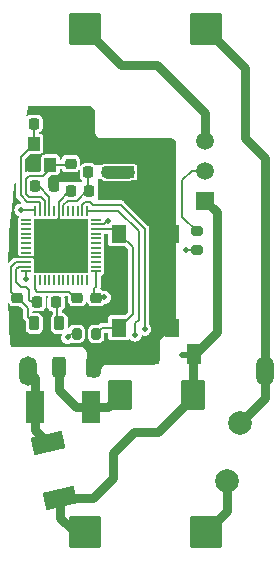
<source format=gbr>
G04 #@! TF.GenerationSoftware,KiCad,Pcbnew,(6.0.2)*
G04 #@! TF.CreationDate,2022-02-18T16:46:08+01:00*
G04 #@! TF.ProjectId,nordic-switch,6e6f7264-6963-42d7-9377-697463682e6b,1.1*
G04 #@! TF.SameCoordinates,Original*
G04 #@! TF.FileFunction,Copper,L1,Top*
G04 #@! TF.FilePolarity,Positive*
%FSLAX46Y46*%
G04 Gerber Fmt 4.6, Leading zero omitted, Abs format (unit mm)*
G04 Created by KiCad (PCBNEW (6.0.2)) date 2022-02-18 16:46:08*
%MOMM*%
%LPD*%
G01*
G04 APERTURE LIST*
G04 Aperture macros list*
%AMRoundRect*
0 Rectangle with rounded corners*
0 $1 Rounding radius*
0 $2 $3 $4 $5 $6 $7 $8 $9 X,Y pos of 4 corners*
0 Add a 4 corners polygon primitive as box body*
4,1,4,$2,$3,$4,$5,$6,$7,$8,$9,$2,$3,0*
0 Add four circle primitives for the rounded corners*
1,1,$1+$1,$2,$3*
1,1,$1+$1,$4,$5*
1,1,$1+$1,$6,$7*
1,1,$1+$1,$8,$9*
0 Add four rect primitives between the rounded corners*
20,1,$1+$1,$2,$3,$4,$5,0*
20,1,$1+$1,$4,$5,$6,$7,0*
20,1,$1+$1,$6,$7,$8,$9,0*
20,1,$1+$1,$8,$9,$2,$3,0*%
%AMRotRect*
0 Rectangle, with rotation*
0 The origin of the aperture is its center*
0 $1 length*
0 $2 width*
0 $3 Rotation angle, in degrees counterclockwise*
0 Add horizontal line*
21,1,$1,$2,0,0,$3*%
G04 Aperture macros list end*
G04 #@! TA.AperFunction,ComponentPad*
%ADD10RoundRect,0.250000X-1.125000X-1.125000X1.125000X-1.125000X1.125000X1.125000X-1.125000X1.125000X0*%
G04 #@! TD*
G04 #@! TA.AperFunction,SMDPad,CuDef*
%ADD11R,1.300000X1.550000*%
G04 #@! TD*
G04 #@! TA.AperFunction,SMDPad,CuDef*
%ADD12RoundRect,0.225000X-0.250000X0.225000X-0.250000X-0.225000X0.250000X-0.225000X0.250000X0.225000X0*%
G04 #@! TD*
G04 #@! TA.AperFunction,SMDPad,CuDef*
%ADD13RoundRect,0.225000X-0.225000X-0.250000X0.225000X-0.250000X0.225000X0.250000X-0.225000X0.250000X0*%
G04 #@! TD*
G04 #@! TA.AperFunction,SMDPad,CuDef*
%ADD14RoundRect,0.225000X0.225000X0.250000X-0.225000X0.250000X-0.225000X-0.250000X0.225000X-0.250000X0*%
G04 #@! TD*
G04 #@! TA.AperFunction,SMDPad,CuDef*
%ADD15RoundRect,0.218750X0.218750X0.256250X-0.218750X0.256250X-0.218750X-0.256250X0.218750X-0.256250X0*%
G04 #@! TD*
G04 #@! TA.AperFunction,SMDPad,CuDef*
%ADD16RoundRect,0.050000X0.050000X-0.350000X0.050000X0.350000X-0.050000X0.350000X-0.050000X-0.350000X0*%
G04 #@! TD*
G04 #@! TA.AperFunction,SMDPad,CuDef*
%ADD17RoundRect,0.050000X0.350000X-0.050000X0.350000X0.050000X-0.350000X0.050000X-0.350000X-0.050000X0*%
G04 #@! TD*
G04 #@! TA.AperFunction,SMDPad,CuDef*
%ADD18R,4.600000X4.600000*%
G04 #@! TD*
G04 #@! TA.AperFunction,SMDPad,CuDef*
%ADD19R,1.000000X1.150000*%
G04 #@! TD*
G04 #@! TA.AperFunction,SMDPad,CuDef*
%ADD20RoundRect,0.250000X0.787500X1.025000X-0.787500X1.025000X-0.787500X-1.025000X0.787500X-1.025000X0*%
G04 #@! TD*
G04 #@! TA.AperFunction,SMDPad,CuDef*
%ADD21R,1.300000X1.700000*%
G04 #@! TD*
G04 #@! TA.AperFunction,SMDPad,CuDef*
%ADD22RotRect,1.500000X2.700000X103.000000*%
G04 #@! TD*
G04 #@! TA.AperFunction,SMDPad,CuDef*
%ADD23R,1.500000X2.700000*%
G04 #@! TD*
G04 #@! TA.AperFunction,SMDPad,CuDef*
%ADD24RoundRect,0.250000X0.312500X0.625000X-0.312500X0.625000X-0.312500X-0.625000X0.312500X-0.625000X0*%
G04 #@! TD*
G04 #@! TA.AperFunction,SMDPad,CuDef*
%ADD25RoundRect,0.200000X-0.275000X0.200000X-0.275000X-0.200000X0.275000X-0.200000X0.275000X0.200000X0*%
G04 #@! TD*
G04 #@! TA.AperFunction,ComponentPad*
%ADD26R,1.500000X1.500000*%
G04 #@! TD*
G04 #@! TA.AperFunction,ComponentPad*
%ADD27C,1.500000*%
G04 #@! TD*
G04 #@! TA.AperFunction,SMDPad,CuDef*
%ADD28RoundRect,0.200000X0.200000X0.275000X-0.200000X0.275000X-0.200000X-0.275000X0.200000X-0.275000X0*%
G04 #@! TD*
G04 #@! TA.AperFunction,SMDPad,CuDef*
%ADD29R,1.050000X1.000000*%
G04 #@! TD*
G04 #@! TA.AperFunction,SMDPad,CuDef*
%ADD30R,2.200000X1.050000*%
G04 #@! TD*
G04 #@! TA.AperFunction,SMDPad,CuDef*
%ADD31RoundRect,0.218750X-0.218750X-0.256250X0.218750X-0.256250X0.218750X0.256250X-0.218750X0.256250X0*%
G04 #@! TD*
G04 #@! TA.AperFunction,SMDPad,CuDef*
%ADD32RoundRect,0.218750X-0.218750X-0.381250X0.218750X-0.381250X0.218750X0.381250X-0.218750X0.381250X0*%
G04 #@! TD*
G04 #@! TA.AperFunction,ComponentPad*
%ADD33O,1.500000X2.500000*%
G04 #@! TD*
G04 #@! TA.AperFunction,ComponentPad*
%ADD34C,2.000000*%
G04 #@! TD*
G04 #@! TA.AperFunction,ViaPad*
%ADD35C,0.500000*%
G04 #@! TD*
G04 #@! TA.AperFunction,Conductor*
%ADD36C,0.800000*%
G04 #@! TD*
G04 #@! TA.AperFunction,Conductor*
%ADD37C,0.200000*%
G04 #@! TD*
G04 #@! TA.AperFunction,Conductor*
%ADD38C,0.500000*%
G04 #@! TD*
G04 #@! TA.AperFunction,Conductor*
%ADD39C,1.080000*%
G04 #@! TD*
G04 APERTURE END LIST*
D10*
X149500000Y-78400000D03*
X139300000Y-121000000D03*
X149500000Y-121000000D03*
X139300000Y-78400000D03*
D11*
X146650000Y-103680000D03*
X146650000Y-95720000D03*
X142150000Y-103680000D03*
X142150000Y-95720000D03*
D12*
X133533857Y-101125316D03*
X133533857Y-102675316D03*
D13*
X135046357Y-91712816D03*
X136596357Y-91712816D03*
D12*
X138600000Y-101125000D03*
X138600000Y-102675000D03*
X140200000Y-101125000D03*
X140200000Y-102675000D03*
X138033857Y-88225316D03*
X138033857Y-89775316D03*
D14*
X136496357Y-86412816D03*
X134946357Y-86412816D03*
D15*
X136808857Y-101512816D03*
X135233857Y-101512816D03*
D16*
X135033857Y-99662816D03*
X135433857Y-99662816D03*
X135833857Y-99662816D03*
X136233857Y-99662816D03*
X136633857Y-99662816D03*
X137033857Y-99662816D03*
X137433857Y-99662816D03*
X137833857Y-99662816D03*
X138233857Y-99662816D03*
X138633857Y-99662816D03*
X139033857Y-99662816D03*
X139433857Y-99662816D03*
D17*
X140183857Y-98912816D03*
X140183857Y-98512816D03*
X140183857Y-98112816D03*
X140183857Y-97712816D03*
X140183857Y-97312816D03*
X140183857Y-96912816D03*
X140183857Y-96512816D03*
X140183857Y-96112816D03*
X140183857Y-95712816D03*
X140183857Y-95312816D03*
X140183857Y-94912816D03*
X140183857Y-94512816D03*
D16*
X139433857Y-93762816D03*
X139033857Y-93762816D03*
X138633857Y-93762816D03*
X138233857Y-93762816D03*
X137833857Y-93762816D03*
X137433857Y-93762816D03*
X137033857Y-93762816D03*
X136633857Y-93762816D03*
X136233857Y-93762816D03*
X135833857Y-93762816D03*
X135433857Y-93762816D03*
X135033857Y-93762816D03*
D17*
X134283857Y-94512816D03*
X134283857Y-94912816D03*
X134283857Y-95312816D03*
X134283857Y-95712816D03*
X134283857Y-96112816D03*
X134283857Y-96512816D03*
X134283857Y-96912816D03*
X134283857Y-97312816D03*
X134283857Y-97712816D03*
X134283857Y-98112816D03*
X134283857Y-98512816D03*
X134283857Y-98912816D03*
D18*
X137233857Y-96712816D03*
D19*
X136333857Y-89862816D03*
X136333857Y-88112816D03*
X134933857Y-88112816D03*
X134933857Y-89862816D03*
D20*
X148412500Y-109400000D03*
X142187500Y-109400000D03*
D21*
X148450000Y-105900000D03*
X144950000Y-105900000D03*
D22*
X137179766Y-118076976D03*
X136100000Y-113400000D03*
D23*
X135000000Y-110400000D03*
X139800000Y-110400000D03*
D24*
X139972500Y-106970000D03*
X137047500Y-106970000D03*
D25*
X148700000Y-95475000D03*
X148700000Y-97125000D03*
D26*
X149460000Y-92940000D03*
D27*
X149460000Y-90400000D03*
X149460000Y-87860000D03*
D28*
X140200000Y-104200000D03*
X138550000Y-104200000D03*
D29*
X142908857Y-90507816D03*
D30*
X144433857Y-91982816D03*
X144433857Y-89032816D03*
D14*
X139596357Y-92112816D03*
X138046357Y-92112816D03*
D31*
X139533857Y-90512816D03*
X141108857Y-90512816D03*
D32*
X134975000Y-103312816D03*
X137100000Y-103312816D03*
D33*
X154500000Y-107300000D03*
X134400000Y-107300000D03*
D34*
X152405141Y-111740509D03*
X151272133Y-116692558D03*
D35*
X147500000Y-106000000D03*
X140900000Y-101100000D03*
X137800000Y-104500000D03*
X133833857Y-93712816D03*
X134233857Y-99512816D03*
X143733857Y-93012816D03*
X141300000Y-100080000D03*
X145440000Y-93820000D03*
X142400000Y-102090000D03*
X146333857Y-90012816D03*
X135700000Y-96700000D03*
X133500000Y-104800000D03*
X143733857Y-88012816D03*
X140900000Y-88512816D03*
X146600000Y-99450000D03*
X135100000Y-104800000D03*
X145090000Y-103210000D03*
X137200000Y-88800000D03*
X133200000Y-95912816D03*
X142533857Y-89412816D03*
X142533857Y-88512816D03*
X138000000Y-86100000D03*
X145033857Y-88012816D03*
X135700000Y-95200000D03*
X145233857Y-91012816D03*
X145770000Y-103870000D03*
X137200000Y-98200000D03*
X146333857Y-89012816D03*
X136500000Y-85300000D03*
X137820000Y-102300000D03*
X142400000Y-100080000D03*
X146333857Y-88012816D03*
X136700000Y-104800000D03*
X139300000Y-87200000D03*
X144040000Y-93840000D03*
X136500000Y-91000000D03*
X141300000Y-97200000D03*
X145140000Y-98720000D03*
X145200000Y-95640000D03*
X146333857Y-92012816D03*
X142500000Y-92500000D03*
X138000000Y-87200000D03*
X137433857Y-90912816D03*
X146600000Y-97200000D03*
X145200000Y-97200000D03*
X145140000Y-100340000D03*
X141300000Y-102090000D03*
X137200000Y-96700000D03*
X138333857Y-90912816D03*
X146600000Y-101760000D03*
X146333857Y-91012816D03*
X139390000Y-103310000D03*
X140900000Y-91612816D03*
X144133857Y-91012816D03*
X135700000Y-98200000D03*
X134900000Y-85300000D03*
X138700000Y-96700000D03*
X142100000Y-105000000D03*
X140900000Y-89400000D03*
X137200000Y-95200000D03*
X133133857Y-97112816D03*
X138700000Y-98200000D03*
X144300000Y-105000000D03*
X133300000Y-94712816D03*
X135800000Y-87100000D03*
X139300000Y-89400000D03*
X140900000Y-92500000D03*
X142400000Y-97200000D03*
X146333857Y-93012816D03*
X145033857Y-93012816D03*
X144133857Y-90012816D03*
X134400000Y-90000000D03*
X133533857Y-103512816D03*
X138700000Y-95200000D03*
X142533857Y-91600000D03*
X139300000Y-86100000D03*
X141100000Y-105000000D03*
X145233857Y-90012816D03*
X139300000Y-88500000D03*
X144300000Y-103800000D03*
X143500000Y-104300000D03*
X147800000Y-97100000D03*
X141200000Y-94600000D03*
D36*
X154500000Y-89300000D02*
X154500000Y-107300000D01*
X152800000Y-87600000D02*
X154500000Y-89300000D01*
X154500000Y-109645650D02*
X152405141Y-111740509D01*
X149500000Y-78400000D02*
X152800000Y-81700000D01*
X154500000Y-107300000D02*
X154500000Y-109645650D01*
X152800000Y-81700000D02*
X152800000Y-87600000D01*
X136100000Y-113400000D02*
X135000000Y-112300000D01*
X134400000Y-107300000D02*
X135000000Y-107900000D01*
X135000000Y-112300000D02*
X135000000Y-110400000D01*
X135000000Y-107900000D02*
X135000000Y-110400000D01*
D37*
X134983857Y-93712816D02*
X135033857Y-93762816D01*
D36*
X148412500Y-106037500D02*
X150400000Y-104050000D01*
X141600000Y-116400000D02*
X139923024Y-118076976D01*
D37*
X140900000Y-101100000D02*
X140874684Y-101125316D01*
X140033857Y-101125316D02*
X140033857Y-100333857D01*
D36*
X148412500Y-106037500D02*
X148450000Y-106000000D01*
D37*
X138100000Y-104200000D02*
X137800000Y-104500000D01*
D36*
X139923024Y-118076976D02*
X137179766Y-118076976D01*
D37*
X134233857Y-98962816D02*
X134283857Y-98912816D01*
X133833857Y-93712816D02*
X134983857Y-93712816D01*
D36*
X145412500Y-112500000D02*
X143400000Y-112500000D01*
X150400000Y-93880000D02*
X149460000Y-92940000D01*
X148412500Y-106037500D02*
X148412500Y-109500000D01*
X150400000Y-104050000D02*
X150400000Y-93880000D01*
X148412500Y-109500000D02*
X145412500Y-112500000D01*
D37*
X134233857Y-99512816D02*
X134233857Y-98962816D01*
X140183857Y-100183857D02*
X140183857Y-98912816D01*
D36*
X137179766Y-119779766D02*
X137179766Y-118076976D01*
X148250000Y-106000000D02*
X148500000Y-105750000D01*
X138300000Y-120900000D02*
X137179766Y-119779766D01*
D37*
X140874684Y-101125316D02*
X140033857Y-101125316D01*
D38*
X147500000Y-106000000D02*
X148450000Y-106000000D01*
D36*
X143400000Y-112500000D02*
X141600000Y-114300000D01*
D37*
X138550000Y-104200000D02*
X138100000Y-104200000D01*
D36*
X139300000Y-121000000D02*
X138300000Y-121000000D01*
X141600000Y-114300000D02*
X141600000Y-116400000D01*
D37*
X140033857Y-100333857D02*
X140183857Y-100183857D01*
X148700000Y-95475000D02*
X147500000Y-94275000D01*
X147500000Y-91200000D02*
X148300000Y-90400000D01*
X147500000Y-94275000D02*
X147500000Y-91200000D01*
X148300000Y-90400000D02*
X149460000Y-90400000D01*
X137033857Y-93762816D02*
X137033857Y-96512816D01*
X136233857Y-97712816D02*
X137233857Y-96712816D01*
X135534346Y-88988305D02*
X135808368Y-88988305D01*
X137033857Y-93762816D02*
X137033857Y-93012816D01*
X134283857Y-97712816D02*
X136233857Y-97712816D01*
X134933857Y-89862816D02*
X134933857Y-89588794D01*
X137033857Y-96512816D02*
X137233857Y-96712816D01*
X134283857Y-97712816D02*
X133333857Y-97712816D01*
X137033857Y-93012816D02*
X137933857Y-92112816D01*
X134933857Y-89588794D02*
X135534346Y-88988305D01*
X137933857Y-92112816D02*
X138046357Y-92112816D01*
X133333857Y-97712816D02*
X133133857Y-97512816D01*
X136333857Y-88462816D02*
X136333857Y-88112816D01*
X135808368Y-88988305D02*
X136333857Y-88462816D01*
D36*
X145350000Y-81400000D02*
X149460000Y-85510000D01*
X139300000Y-78400000D02*
X142300000Y-81400000D01*
X149460000Y-85510000D02*
X149460000Y-87860000D01*
X142300000Y-81400000D02*
X145350000Y-81400000D01*
D37*
X139663296Y-93063296D02*
X139239082Y-93063296D01*
X139239082Y-93063296D02*
X139033857Y-93268521D01*
X144300000Y-103800000D02*
X144300000Y-95300000D01*
X142300000Y-93300000D02*
X139900000Y-93300000D01*
X139033857Y-93268521D02*
X139033857Y-93762816D01*
X139900000Y-93300000D02*
X139663296Y-93063296D01*
X144300000Y-95300000D02*
X142300000Y-93300000D01*
X142062816Y-93762816D02*
X139433857Y-93762816D01*
X143500000Y-103300000D02*
X143800000Y-103000000D01*
X143800000Y-95500000D02*
X142062816Y-93762816D01*
X143500000Y-104300000D02*
X143500000Y-103300000D01*
X143800000Y-103000000D02*
X143800000Y-95500000D01*
X140887184Y-94912816D02*
X141200000Y-94600000D01*
X140183857Y-94912816D02*
X140887184Y-94912816D01*
X148700000Y-97125000D02*
X147825000Y-97125000D01*
X147825000Y-97125000D02*
X147800000Y-97100000D01*
X142150000Y-95720000D02*
X141742816Y-95312816D01*
X143300000Y-96870000D02*
X142150000Y-95720000D01*
X140720000Y-103680000D02*
X142150000Y-103680000D01*
X142150000Y-103680000D02*
X143300000Y-102530000D01*
X140200000Y-104200000D02*
X140720000Y-103680000D01*
X141742816Y-95312816D02*
X140183857Y-95312816D01*
X143300000Y-102530000D02*
X143300000Y-96870000D01*
D39*
X141108857Y-90512816D02*
X142883857Y-90512816D01*
D36*
X151272133Y-119227867D02*
X149500000Y-121000000D01*
X151272133Y-116692558D02*
X151272133Y-119227867D01*
D37*
X133433857Y-99812816D02*
X133833857Y-100212816D01*
X133433857Y-98712816D02*
X133433857Y-99812816D01*
X134533857Y-100512816D02*
X134533857Y-101312816D01*
X133833857Y-100212816D02*
X134233857Y-100212816D01*
X133633857Y-98512816D02*
X133433857Y-98712816D01*
X134733857Y-101512816D02*
X135233857Y-101512816D01*
X134233857Y-100212816D02*
X134533857Y-100512816D01*
X134283857Y-98512816D02*
X133633857Y-98512816D01*
X134533857Y-101312816D02*
X134733857Y-101512816D01*
D36*
X139800000Y-110400000D02*
X141187500Y-110400000D01*
X137047500Y-108947500D02*
X138500000Y-110400000D01*
X141187500Y-110400000D02*
X142187500Y-109400000D01*
X138500000Y-110400000D02*
X139800000Y-110400000D01*
X137047500Y-106970000D02*
X137047500Y-108947500D01*
D37*
X135433857Y-93112818D02*
X135333867Y-93012828D01*
X135433857Y-93762816D02*
X135433857Y-93112818D01*
X133800000Y-92444659D02*
X133800000Y-89246673D01*
X134368169Y-93012828D02*
X133800000Y-92444659D01*
X133800000Y-89246673D02*
X134933857Y-88112816D01*
X134933857Y-88112816D02*
X134933857Y-86412816D01*
X135333867Y-93012828D02*
X134368169Y-93012828D01*
X134400000Y-102737816D02*
X134400000Y-101978958D01*
X134400000Y-101978958D02*
X133033857Y-100612816D01*
X133033857Y-100612816D02*
X133033857Y-98512816D01*
X134975000Y-103312816D02*
X134400000Y-102737816D01*
X133033857Y-98512816D02*
X133433857Y-98112816D01*
X133433857Y-98112816D02*
X134283857Y-98112816D01*
X136233857Y-92612816D02*
X135333857Y-91712816D01*
X135333857Y-91712816D02*
X135033857Y-91712816D01*
X136233857Y-93762816D02*
X136233857Y-92612816D01*
X135033857Y-100412816D02*
X135233857Y-100612816D01*
X135033857Y-99662816D02*
X135033857Y-100412816D01*
X135233857Y-100612816D02*
X137933857Y-100612816D01*
X137933857Y-100612816D02*
X138433857Y-101112816D01*
X136908857Y-101612816D02*
X136808857Y-101512816D01*
X136908857Y-103212816D02*
X136908857Y-101612816D01*
X137008857Y-103312816D02*
X136908857Y-103212816D01*
X134233857Y-91112816D02*
X134533857Y-90812816D01*
X137771357Y-89862816D02*
X138033857Y-89600316D01*
X134533858Y-92612817D02*
X134233857Y-92312816D01*
X135833857Y-92912816D02*
X135533857Y-92612816D01*
X135733857Y-90812816D02*
X136233857Y-90312816D01*
X134233857Y-92312816D02*
X134233857Y-91112816D01*
X135533857Y-92612816D02*
X134533858Y-92612817D01*
X135833857Y-93762816D02*
X135833857Y-92912816D01*
X136333857Y-89862816D02*
X137771357Y-89862816D01*
X136333857Y-90312816D02*
X136333857Y-89862816D01*
X134533857Y-90812816D02*
X135733857Y-90812816D01*
X137433857Y-93262816D02*
X137783857Y-92912816D01*
X138551007Y-92912816D02*
X139533857Y-91929966D01*
X137783857Y-92912816D02*
X138551007Y-92912816D01*
X137433857Y-93762816D02*
X137433857Y-93262816D01*
X139533857Y-91929966D02*
X139533857Y-90512816D01*
G04 #@! TA.AperFunction,Conductor*
G36*
X139603182Y-84900419D02*
G01*
X139723018Y-84916195D01*
X139735370Y-84919506D01*
X139844041Y-84964519D01*
X139855115Y-84970912D01*
X139948438Y-85042522D01*
X139957478Y-85051562D01*
X140029087Y-85144883D01*
X140035483Y-85155962D01*
X140080494Y-85264629D01*
X140083805Y-85276984D01*
X140099581Y-85396817D01*
X140100000Y-85403213D01*
X140100000Y-87100000D01*
X140117037Y-87229410D01*
X140166987Y-87350000D01*
X140246447Y-87453553D01*
X140350000Y-87533013D01*
X140470590Y-87582963D01*
X140600000Y-87600000D01*
X146496787Y-87600000D01*
X146503182Y-87600419D01*
X146623018Y-87616195D01*
X146635370Y-87619506D01*
X146744041Y-87664519D01*
X146755115Y-87670912D01*
X146848438Y-87742522D01*
X146857478Y-87751562D01*
X146929087Y-87844883D01*
X146935483Y-87855962D01*
X146980494Y-87964629D01*
X146983805Y-87976984D01*
X146999581Y-88096817D01*
X147000000Y-88103213D01*
X147000000Y-103896787D01*
X146999581Y-103903183D01*
X146983805Y-104023016D01*
X146980494Y-104035370D01*
X146941505Y-104129500D01*
X146935483Y-104144038D01*
X146929088Y-104155115D01*
X146857478Y-104248438D01*
X146848438Y-104257478D01*
X146755115Y-104329088D01*
X146744041Y-104335481D01*
X146635371Y-104380494D01*
X146623018Y-104383805D01*
X146503183Y-104399581D01*
X146496787Y-104400000D01*
X146100000Y-104400000D01*
X145970590Y-104417037D01*
X145850000Y-104466987D01*
X145746447Y-104546447D01*
X145666987Y-104650000D01*
X145617037Y-104770590D01*
X145600000Y-104900000D01*
X145600000Y-106296787D01*
X145599581Y-106303183D01*
X145583805Y-106423016D01*
X145580494Y-106435371D01*
X145535483Y-106544038D01*
X145529088Y-106555115D01*
X145457478Y-106648438D01*
X145448438Y-106657478D01*
X145355115Y-106729088D01*
X145344041Y-106735481D01*
X145235371Y-106780494D01*
X145223018Y-106783805D01*
X145103183Y-106799581D01*
X145096787Y-106800000D01*
X141100000Y-106800000D01*
X140970590Y-106817037D01*
X140850000Y-106866987D01*
X140746447Y-106946447D01*
X140666987Y-107050000D01*
X140617037Y-107170590D01*
X140600000Y-107300000D01*
X140600000Y-107396787D01*
X140599581Y-107403183D01*
X140583805Y-107523016D01*
X140580494Y-107535371D01*
X140535483Y-107644038D01*
X140529088Y-107655115D01*
X140457478Y-107748438D01*
X140448438Y-107757478D01*
X140355115Y-107829088D01*
X140344041Y-107835481D01*
X140235371Y-107880494D01*
X140223018Y-107883805D01*
X140103183Y-107899581D01*
X140096787Y-107900000D01*
X139903213Y-107900000D01*
X139896817Y-107899581D01*
X139776982Y-107883805D01*
X139764629Y-107880494D01*
X139655959Y-107835481D01*
X139644885Y-107829088D01*
X139551562Y-107757478D01*
X139542522Y-107748438D01*
X139470912Y-107655115D01*
X139464517Y-107644038D01*
X139419506Y-107535371D01*
X139416195Y-107523016D01*
X139400419Y-107403183D01*
X139400000Y-107396787D01*
X139400000Y-105800000D01*
X139382963Y-105670590D01*
X139333013Y-105550000D01*
X139253553Y-105446447D01*
X139150000Y-105366987D01*
X139029410Y-105317037D01*
X138900000Y-105300000D01*
X133029750Y-105300000D01*
X132995102Y-105285648D01*
X132980977Y-105255705D01*
X132950638Y-104941086D01*
X132938273Y-104812858D01*
X132938207Y-104812107D01*
X132854381Y-103776177D01*
X132854323Y-103775389D01*
X132787905Y-102748808D01*
X132787858Y-102747975D01*
X132739550Y-101733471D01*
X132739516Y-101732586D01*
X132737793Y-101674206D01*
X132736962Y-101646054D01*
X132750286Y-101610997D01*
X132784495Y-101595629D01*
X132819552Y-101608953D01*
X132824970Y-101614981D01*
X132908779Y-101725394D01*
X133023462Y-101812444D01*
X133157329Y-101865445D01*
X133160452Y-101865823D01*
X133241565Y-101875639D01*
X133243028Y-101875816D01*
X133276010Y-101875816D01*
X133710169Y-101875815D01*
X133744817Y-101890167D01*
X133985148Y-102130498D01*
X133999500Y-102165146D01*
X133999500Y-102801249D01*
X134000691Y-102804913D01*
X134000691Y-102804916D01*
X134008170Y-102827933D01*
X134009965Y-102835409D01*
X134014354Y-102863120D01*
X134016105Y-102866556D01*
X134016105Y-102866557D01*
X134027090Y-102888117D01*
X134030033Y-102895220D01*
X134038704Y-102921906D01*
X134040966Y-102925020D01*
X134040967Y-102925021D01*
X134055196Y-102944605D01*
X134059213Y-102951162D01*
X134070196Y-102972717D01*
X134070199Y-102972721D01*
X134071950Y-102976158D01*
X134094513Y-102998721D01*
X134094516Y-102998725D01*
X134222648Y-103126857D01*
X134237000Y-103161505D01*
X134237000Y-103734410D01*
X134237177Y-103735872D01*
X134237177Y-103735873D01*
X134246576Y-103813540D01*
X134247247Y-103819089D01*
X134248405Y-103822013D01*
X134248405Y-103822014D01*
X134297764Y-103946678D01*
X134299619Y-103951364D01*
X134385633Y-104064683D01*
X134498952Y-104150697D01*
X134502052Y-104151925D01*
X134502055Y-104151926D01*
X134609779Y-104194577D01*
X134631227Y-104203069D01*
X134634349Y-104203447D01*
X134634350Y-104203447D01*
X134714443Y-104213139D01*
X134715906Y-104213316D01*
X135234094Y-104213316D01*
X135235557Y-104213139D01*
X135315650Y-104203447D01*
X135315651Y-104203447D01*
X135318773Y-104203069D01*
X135340221Y-104194577D01*
X135447945Y-104151926D01*
X135447948Y-104151925D01*
X135451048Y-104150697D01*
X135564367Y-104064683D01*
X135650381Y-103951364D01*
X135652237Y-103946678D01*
X135701595Y-103822014D01*
X135701595Y-103822013D01*
X135702753Y-103819089D01*
X135703425Y-103813540D01*
X135712823Y-103735873D01*
X135712823Y-103735872D01*
X135713000Y-103734410D01*
X135713000Y-102891222D01*
X135702753Y-102806543D01*
X135679564Y-102747975D01*
X135651610Y-102677371D01*
X135651609Y-102677368D01*
X135650381Y-102674268D01*
X135564367Y-102560949D01*
X135451048Y-102474935D01*
X135447948Y-102473707D01*
X135447945Y-102473706D01*
X135321698Y-102423721D01*
X135321697Y-102423721D01*
X135318773Y-102422563D01*
X135315651Y-102422185D01*
X135315650Y-102422185D01*
X135235557Y-102412493D01*
X135235556Y-102412493D01*
X135234094Y-102412316D01*
X134849500Y-102412316D01*
X134814852Y-102397964D01*
X134800500Y-102363316D01*
X134800500Y-102314701D01*
X134814852Y-102280053D01*
X134849500Y-102265701D01*
X134867535Y-102269141D01*
X134890084Y-102278069D01*
X134893206Y-102278447D01*
X134893207Y-102278447D01*
X134906479Y-102280053D01*
X134974763Y-102288316D01*
X135492951Y-102288316D01*
X135561235Y-102280053D01*
X135574507Y-102278447D01*
X135574508Y-102278447D01*
X135577630Y-102278069D01*
X135608868Y-102265701D01*
X135706802Y-102226926D01*
X135706805Y-102226925D01*
X135709905Y-102225697D01*
X135823224Y-102139683D01*
X135909238Y-102026364D01*
X135961610Y-101894089D01*
X135963860Y-101875500D01*
X135971680Y-101810873D01*
X135971680Y-101810872D01*
X135971857Y-101809410D01*
X135971857Y-101216222D01*
X135961610Y-101131543D01*
X135960452Y-101128618D01*
X135941343Y-101080354D01*
X135941932Y-101042856D01*
X135968864Y-101016757D01*
X135986902Y-101013316D01*
X136055812Y-101013316D01*
X136090460Y-101027668D01*
X136104812Y-101062316D01*
X136101371Y-101080354D01*
X136082262Y-101128618D01*
X136081104Y-101131543D01*
X136070857Y-101216222D01*
X136070857Y-101809410D01*
X136071034Y-101810872D01*
X136071034Y-101810873D01*
X136078855Y-101875500D01*
X136081104Y-101894089D01*
X136133476Y-102026364D01*
X136219490Y-102139683D01*
X136332809Y-102225697D01*
X136335909Y-102226925D01*
X136335912Y-102226926D01*
X136462153Y-102276909D01*
X136462156Y-102276910D01*
X136465084Y-102278069D01*
X136468213Y-102278448D01*
X136471259Y-102279221D01*
X136470753Y-102281213D01*
X136497872Y-102296441D01*
X136508357Y-102326733D01*
X136508357Y-102547458D01*
X136498388Y-102577082D01*
X136424619Y-102674268D01*
X136423391Y-102677368D01*
X136423390Y-102677371D01*
X136395436Y-102747975D01*
X136372247Y-102806543D01*
X136362000Y-102891222D01*
X136362000Y-103734410D01*
X136362177Y-103735872D01*
X136362177Y-103735873D01*
X136371576Y-103813540D01*
X136372247Y-103819089D01*
X136373405Y-103822013D01*
X136373405Y-103822014D01*
X136422764Y-103946678D01*
X136424619Y-103951364D01*
X136510633Y-104064683D01*
X136623952Y-104150697D01*
X136627052Y-104151925D01*
X136627055Y-104151926D01*
X136734779Y-104194577D01*
X136756227Y-104203069D01*
X136759349Y-104203447D01*
X136759350Y-104203447D01*
X136839443Y-104213139D01*
X136840906Y-104213316D01*
X137249558Y-104213316D01*
X137284206Y-104227668D01*
X137298558Y-104262316D01*
X137294828Y-104281067D01*
X137289405Y-104294160D01*
X137263670Y-104356291D01*
X137244750Y-104500000D01*
X137263670Y-104643709D01*
X137319139Y-104777625D01*
X137407379Y-104892621D01*
X137522375Y-104980861D01*
X137656291Y-105036330D01*
X137800000Y-105055250D01*
X137943709Y-105036330D01*
X138077625Y-104980861D01*
X138120327Y-104948094D01*
X138156552Y-104938387D01*
X138167357Y-104941086D01*
X138238546Y-104967774D01*
X138238549Y-104967775D01*
X138241420Y-104968851D01*
X138244470Y-104969182D01*
X138244473Y-104969183D01*
X138270749Y-104972037D01*
X138302623Y-104975500D01*
X138549906Y-104975500D01*
X138797376Y-104975499D01*
X138858580Y-104968851D01*
X138992824Y-104918526D01*
X139107546Y-104832546D01*
X139193526Y-104717824D01*
X139243851Y-104583580D01*
X139244184Y-104580520D01*
X139250356Y-104523699D01*
X139250500Y-104522377D01*
X139250499Y-103877624D01*
X139243851Y-103816420D01*
X139193526Y-103682176D01*
X139107546Y-103567454D01*
X138992824Y-103481474D01*
X138858580Y-103431149D01*
X138855530Y-103430818D01*
X138855527Y-103430817D01*
X138829251Y-103427963D01*
X138797377Y-103424500D01*
X138550094Y-103424500D01*
X138302624Y-103424501D01*
X138241420Y-103431149D01*
X138107176Y-103481474D01*
X137992454Y-103567454D01*
X137990363Y-103570244D01*
X137990360Y-103570247D01*
X137926210Y-103655842D01*
X137893946Y-103674961D01*
X137857614Y-103665666D01*
X137838495Y-103633402D01*
X137838000Y-103626456D01*
X137838000Y-102891222D01*
X137827753Y-102806543D01*
X137804564Y-102747975D01*
X137776610Y-102677371D01*
X137776609Y-102677368D01*
X137775381Y-102674268D01*
X137689367Y-102560949D01*
X137576048Y-102474935D01*
X137572948Y-102473707D01*
X137572945Y-102473706D01*
X137446698Y-102423721D01*
X137446697Y-102423721D01*
X137443773Y-102422563D01*
X137440651Y-102422185D01*
X137440650Y-102422185D01*
X137360557Y-102412493D01*
X137360556Y-102412493D01*
X137359094Y-102412316D01*
X137357621Y-102412316D01*
X137356145Y-102412227D01*
X137356194Y-102411420D01*
X137323709Y-102397964D01*
X137309357Y-102363316D01*
X137309357Y-102231461D01*
X137323709Y-102196813D01*
X137328731Y-102192431D01*
X137398224Y-102139683D01*
X137484238Y-102026364D01*
X137536610Y-101894089D01*
X137538860Y-101875500D01*
X137546680Y-101810873D01*
X137546680Y-101810872D01*
X137546857Y-101809410D01*
X137546857Y-101216222D01*
X137536610Y-101131543D01*
X137535452Y-101128618D01*
X137516343Y-101080354D01*
X137516932Y-101042856D01*
X137543864Y-101016757D01*
X137561902Y-101013316D01*
X137747668Y-101013316D01*
X137782316Y-101027668D01*
X137810148Y-101055500D01*
X137824500Y-101090148D01*
X137824501Y-101390828D01*
X137834871Y-101476528D01*
X137887872Y-101610395D01*
X137974922Y-101725078D01*
X138089605Y-101812128D01*
X138092709Y-101813357D01*
X138220540Y-101863968D01*
X138223472Y-101865129D01*
X138226595Y-101865507D01*
X138307700Y-101875322D01*
X138309171Y-101875500D01*
X138599901Y-101875500D01*
X138890828Y-101875499D01*
X138892289Y-101875322D01*
X138892293Y-101875322D01*
X138973398Y-101865508D01*
X138973400Y-101865508D01*
X138976528Y-101865129D01*
X139110395Y-101812128D01*
X139225078Y-101725078D01*
X139312128Y-101610395D01*
X139354441Y-101503523D01*
X139380540Y-101476591D01*
X139418038Y-101476002D01*
X139445559Y-101503523D01*
X139487872Y-101610395D01*
X139574922Y-101725078D01*
X139689605Y-101812128D01*
X139692709Y-101813357D01*
X139820540Y-101863968D01*
X139823472Y-101865129D01*
X139826595Y-101865507D01*
X139907700Y-101875322D01*
X139909171Y-101875500D01*
X140199901Y-101875500D01*
X140490828Y-101875499D01*
X140492289Y-101875322D01*
X140492293Y-101875322D01*
X140573398Y-101865508D01*
X140573400Y-101865508D01*
X140576528Y-101865129D01*
X140710395Y-101812128D01*
X140825078Y-101725078D01*
X140863692Y-101674206D01*
X140896072Y-101655284D01*
X140898831Y-101655096D01*
X140900000Y-101655250D01*
X141043709Y-101636330D01*
X141177625Y-101580861D01*
X141292621Y-101492621D01*
X141380861Y-101377625D01*
X141436330Y-101243709D01*
X141455250Y-101100000D01*
X141436330Y-100956291D01*
X141380861Y-100822375D01*
X141292621Y-100707379D01*
X141177625Y-100619139D01*
X141043709Y-100563670D01*
X140935253Y-100549391D01*
X140903183Y-100545169D01*
X140900000Y-100544750D01*
X140896817Y-100545169D01*
X140873786Y-100548201D01*
X140837560Y-100538494D01*
X140828360Y-100529245D01*
X140827097Y-100527581D01*
X140827094Y-100527578D01*
X140825078Y-100524922D01*
X140710395Y-100437872D01*
X140588651Y-100389671D01*
X140561719Y-100363573D01*
X140561130Y-100326074D01*
X140563029Y-100321868D01*
X140567753Y-100312596D01*
X140567753Y-100312595D01*
X140569503Y-100309161D01*
X140573892Y-100281450D01*
X140575687Y-100273974D01*
X140583166Y-100250957D01*
X140583166Y-100250954D01*
X140584357Y-100247290D01*
X140584357Y-99353087D01*
X140598709Y-99318439D01*
X140626221Y-99304609D01*
X140632203Y-99303729D01*
X140632207Y-99303728D01*
X140635969Y-99303174D01*
X140740712Y-99251748D01*
X140823150Y-99169166D01*
X140874393Y-99064334D01*
X140884357Y-98996034D01*
X140884357Y-98829598D01*
X140874215Y-98760704D01*
X140871608Y-98755393D01*
X140861278Y-98734354D01*
X140858891Y-98696927D01*
X140861241Y-98691241D01*
X140872724Y-98667749D01*
X140872724Y-98667747D01*
X140874393Y-98664334D01*
X140884357Y-98596034D01*
X140884357Y-98429598D01*
X140874215Y-98360704D01*
X140861278Y-98334354D01*
X140858891Y-98296927D01*
X140861241Y-98291241D01*
X140872724Y-98267749D01*
X140872724Y-98267747D01*
X140874393Y-98264334D01*
X140884357Y-98196034D01*
X140884357Y-98029598D01*
X140874215Y-97960704D01*
X140861278Y-97934354D01*
X140858891Y-97896927D01*
X140861241Y-97891241D01*
X140872724Y-97867749D01*
X140872724Y-97867747D01*
X140874393Y-97864334D01*
X140884357Y-97796034D01*
X140884357Y-97629598D01*
X140874215Y-97560704D01*
X140861278Y-97534354D01*
X140858891Y-97496927D01*
X140861241Y-97491241D01*
X140872724Y-97467749D01*
X140872724Y-97467747D01*
X140874393Y-97464334D01*
X140884357Y-97396034D01*
X140884357Y-97229598D01*
X140874215Y-97160704D01*
X140861278Y-97134354D01*
X140858891Y-97096927D01*
X140861241Y-97091241D01*
X140872724Y-97067749D01*
X140872724Y-97067747D01*
X140874393Y-97064334D01*
X140884357Y-96996034D01*
X140884357Y-96829598D01*
X140878960Y-96792933D01*
X140874769Y-96764469D01*
X140874215Y-96760704D01*
X140866035Y-96744042D01*
X140861278Y-96734354D01*
X140858891Y-96696927D01*
X140861241Y-96691241D01*
X140872724Y-96667749D01*
X140872724Y-96667747D01*
X140874393Y-96664334D01*
X140884357Y-96596034D01*
X140884357Y-96429598D01*
X140874215Y-96360704D01*
X140861278Y-96334354D01*
X140858891Y-96296927D01*
X140861241Y-96291241D01*
X140872724Y-96267749D01*
X140872724Y-96267747D01*
X140874393Y-96264334D01*
X140884357Y-96196034D01*
X140884357Y-96029598D01*
X140874215Y-95960704D01*
X140861278Y-95934354D01*
X140858891Y-95896927D01*
X140861241Y-95891241D01*
X140872724Y-95867749D01*
X140872724Y-95867747D01*
X140874393Y-95864334D01*
X140884357Y-95796034D01*
X140884357Y-95762316D01*
X140898709Y-95727668D01*
X140933357Y-95713316D01*
X141150500Y-95713316D01*
X141185148Y-95727668D01*
X141199500Y-95762316D01*
X141199500Y-96539646D01*
X141202618Y-96565846D01*
X141204108Y-96569201D01*
X141204109Y-96569204D01*
X141244657Y-96660490D01*
X141248061Y-96668153D01*
X141251262Y-96671348D01*
X141251263Y-96671350D01*
X141271189Y-96691241D01*
X141327287Y-96747241D01*
X141331425Y-96749071D01*
X141331426Y-96749071D01*
X141351358Y-96757883D01*
X141429673Y-96792506D01*
X141433329Y-96792932D01*
X141433332Y-96792933D01*
X141442724Y-96794028D01*
X141455354Y-96795500D01*
X142638811Y-96795500D01*
X142673459Y-96809852D01*
X142885148Y-97021541D01*
X142899500Y-97056189D01*
X142899500Y-102343811D01*
X142885148Y-102378459D01*
X142673459Y-102590148D01*
X142638811Y-102604500D01*
X141455354Y-102604500D01*
X141453929Y-102604670D01*
X141453922Y-102604670D01*
X141432800Y-102607184D01*
X141432799Y-102607184D01*
X141429154Y-102607618D01*
X141425799Y-102609108D01*
X141425796Y-102609109D01*
X141330982Y-102651224D01*
X141330981Y-102651225D01*
X141326847Y-102653061D01*
X141323652Y-102656262D01*
X141323650Y-102656263D01*
X141308330Y-102671610D01*
X141247759Y-102732287D01*
X141202494Y-102834673D01*
X141199500Y-102860354D01*
X141199500Y-103230500D01*
X141185148Y-103265148D01*
X141150500Y-103279500D01*
X140656567Y-103279500D01*
X140652903Y-103280691D01*
X140652900Y-103280691D01*
X140629883Y-103288170D01*
X140622407Y-103289965D01*
X140598501Y-103293751D01*
X140598499Y-103293752D01*
X140594696Y-103294354D01*
X140591260Y-103296105D01*
X140591259Y-103296105D01*
X140569699Y-103307090D01*
X140562596Y-103310033D01*
X140535910Y-103318704D01*
X140532796Y-103320966D01*
X140532795Y-103320967D01*
X140513211Y-103335196D01*
X140506654Y-103339213D01*
X140485099Y-103350196D01*
X140485095Y-103350199D01*
X140481658Y-103351950D01*
X140459095Y-103374513D01*
X140459091Y-103374516D01*
X140423459Y-103410148D01*
X140388811Y-103424500D01*
X139980638Y-103424501D01*
X139952624Y-103424501D01*
X139891420Y-103431149D01*
X139757176Y-103481474D01*
X139642454Y-103567454D01*
X139556474Y-103682176D01*
X139506149Y-103816420D01*
X139505818Y-103819470D01*
X139505817Y-103819473D01*
X139505541Y-103822014D01*
X139499500Y-103877623D01*
X139499501Y-104522376D01*
X139506149Y-104583580D01*
X139556474Y-104717824D01*
X139642454Y-104832546D01*
X139757176Y-104918526D01*
X139891420Y-104968851D01*
X139894470Y-104969182D01*
X139894473Y-104969183D01*
X139920749Y-104972037D01*
X139952623Y-104975500D01*
X140199906Y-104975500D01*
X140447376Y-104975499D01*
X140508580Y-104968851D01*
X140642824Y-104918526D01*
X140757546Y-104832546D01*
X140843526Y-104717824D01*
X140893851Y-104583580D01*
X140894184Y-104580520D01*
X140900356Y-104523699D01*
X140900500Y-104522377D01*
X140900499Y-104129500D01*
X140914851Y-104094852D01*
X140949499Y-104080500D01*
X141150500Y-104080500D01*
X141185148Y-104094852D01*
X141199500Y-104129500D01*
X141199500Y-104499646D01*
X141202618Y-104525846D01*
X141204108Y-104529201D01*
X141204109Y-104529204D01*
X141245907Y-104623304D01*
X141248061Y-104628153D01*
X141251262Y-104631348D01*
X141251263Y-104631350D01*
X141263644Y-104643709D01*
X141327287Y-104707241D01*
X141429673Y-104752506D01*
X141433329Y-104752932D01*
X141433332Y-104752933D01*
X141442724Y-104754028D01*
X141455354Y-104755500D01*
X142844646Y-104755500D01*
X142846071Y-104755330D01*
X142846078Y-104755330D01*
X142867200Y-104752816D01*
X142867201Y-104752816D01*
X142870846Y-104752382D01*
X142874201Y-104750892D01*
X142874204Y-104750891D01*
X142969018Y-104708776D01*
X142969019Y-104708775D01*
X142973153Y-104706939D01*
X143015749Y-104664269D01*
X143050382Y-104649888D01*
X143085043Y-104664209D01*
X143089294Y-104669053D01*
X143107379Y-104692621D01*
X143222375Y-104780861D01*
X143356291Y-104836330D01*
X143500000Y-104855250D01*
X143643709Y-104836330D01*
X143777625Y-104780861D01*
X143892621Y-104692621D01*
X143927875Y-104646678D01*
X143974086Y-104586454D01*
X143980861Y-104577625D01*
X144036330Y-104443709D01*
X144047604Y-104358075D01*
X144066356Y-104325597D01*
X144102581Y-104315890D01*
X144114936Y-104319201D01*
X144138350Y-104328899D01*
X144156291Y-104336330D01*
X144264747Y-104350609D01*
X144285356Y-104353322D01*
X144300000Y-104355250D01*
X144314645Y-104353322D01*
X144335253Y-104350609D01*
X144443709Y-104336330D01*
X144577625Y-104280861D01*
X144692621Y-104192621D01*
X144780861Y-104077625D01*
X144836330Y-103943709D01*
X144855250Y-103800000D01*
X144836330Y-103656291D01*
X144780861Y-103522375D01*
X144751081Y-103483565D01*
X144710626Y-103430843D01*
X144700500Y-103401014D01*
X144700500Y-95236567D01*
X144699309Y-95232903D01*
X144699309Y-95232900D01*
X144691830Y-95209883D01*
X144690035Y-95202407D01*
X144686249Y-95178501D01*
X144686248Y-95178499D01*
X144685646Y-95174696D01*
X144680435Y-95164469D01*
X144672910Y-95149699D01*
X144669967Y-95142596D01*
X144662486Y-95119573D01*
X144661296Y-95115910D01*
X144659034Y-95112796D01*
X144659031Y-95112791D01*
X144644803Y-95093208D01*
X144640786Y-95086653D01*
X144631457Y-95068344D01*
X144628050Y-95061658D01*
X144538342Y-94971950D01*
X142560909Y-92994516D01*
X142560905Y-92994513D01*
X142538342Y-92971950D01*
X142534905Y-92970199D01*
X142534901Y-92970196D01*
X142513346Y-92959213D01*
X142506789Y-92955196D01*
X142487205Y-92940967D01*
X142487204Y-92940966D01*
X142484090Y-92938704D01*
X142457404Y-92930033D01*
X142450301Y-92927090D01*
X142428741Y-92916105D01*
X142428740Y-92916105D01*
X142425304Y-92914354D01*
X142421501Y-92913752D01*
X142421499Y-92913751D01*
X142397593Y-92909965D01*
X142390117Y-92908170D01*
X142367100Y-92900691D01*
X142367097Y-92900691D01*
X142363433Y-92899500D01*
X140382857Y-92899500D01*
X140348209Y-92885148D01*
X140333857Y-92850500D01*
X140333857Y-92504185D01*
X140335356Y-92492199D01*
X140336486Y-92489344D01*
X140338887Y-92469509D01*
X140346680Y-92405108D01*
X140346680Y-92405107D01*
X140346857Y-92403645D01*
X140346856Y-91821988D01*
X140336486Y-91736288D01*
X140335354Y-91733430D01*
X140333857Y-91721447D01*
X140333857Y-91161816D01*
X140348209Y-91127168D01*
X140382857Y-91112816D01*
X140474773Y-91112816D01*
X140509421Y-91127168D01*
X140513802Y-91132190D01*
X140517469Y-91137021D01*
X140519490Y-91139683D01*
X140632809Y-91225697D01*
X140737545Y-91267165D01*
X140740186Y-91268303D01*
X140836396Y-91313166D01*
X140838982Y-91313744D01*
X141012650Y-91352564D01*
X141012653Y-91352564D01*
X141014615Y-91353003D01*
X141017638Y-91353172D01*
X141019544Y-91353279D01*
X141019558Y-91353279D01*
X141020213Y-91353316D01*
X142929477Y-91353316D01*
X143065406Y-91338549D01*
X143147638Y-91310875D01*
X143163267Y-91308316D01*
X143478503Y-91308316D01*
X143479928Y-91308146D01*
X143479935Y-91308146D01*
X143501057Y-91305632D01*
X143501058Y-91305632D01*
X143504703Y-91305198D01*
X143508058Y-91303708D01*
X143508061Y-91303707D01*
X143602875Y-91261592D01*
X143602876Y-91261591D01*
X143607010Y-91259755D01*
X143610205Y-91256554D01*
X143610207Y-91256553D01*
X143673838Y-91192810D01*
X143686098Y-91180529D01*
X143731363Y-91078143D01*
X143734357Y-91052462D01*
X143734357Y-89963170D01*
X143731239Y-89936970D01*
X143729749Y-89933615D01*
X143729748Y-89933612D01*
X143687633Y-89838798D01*
X143687632Y-89838797D01*
X143685796Y-89834663D01*
X143682595Y-89831468D01*
X143682594Y-89831466D01*
X143616975Y-89765962D01*
X143606570Y-89755575D01*
X143588448Y-89747563D01*
X143565670Y-89737493D01*
X143504184Y-89710310D01*
X143500528Y-89709884D01*
X143500525Y-89709883D01*
X143491133Y-89708788D01*
X143478503Y-89707316D01*
X143138688Y-89707316D01*
X143127999Y-89706136D01*
X142980064Y-89673068D01*
X142980061Y-89673068D01*
X142978099Y-89672629D01*
X142974916Y-89672451D01*
X142973170Y-89672353D01*
X142973156Y-89672353D01*
X142972501Y-89672316D01*
X141063237Y-89672316D01*
X140927308Y-89687083D01*
X140754229Y-89745330D01*
X140740224Y-89753745D01*
X140725813Y-89762404D01*
X140718614Y-89765962D01*
X140635912Y-89798706D01*
X140635909Y-89798707D01*
X140632809Y-89799935D01*
X140519490Y-89885949D01*
X140517471Y-89888609D01*
X140517469Y-89888611D01*
X140513802Y-89893442D01*
X140481422Y-89912363D01*
X140474773Y-89912816D01*
X140167941Y-89912816D01*
X140133293Y-89898464D01*
X140128912Y-89893442D01*
X140125245Y-89888611D01*
X140125243Y-89888609D01*
X140123224Y-89885949D01*
X140009905Y-89799935D01*
X140006805Y-89798707D01*
X140006802Y-89798706D01*
X139880555Y-89748721D01*
X139880554Y-89748721D01*
X139877630Y-89747563D01*
X139874508Y-89747185D01*
X139874507Y-89747185D01*
X139794414Y-89737493D01*
X139794413Y-89737493D01*
X139792951Y-89737316D01*
X139274763Y-89737316D01*
X139273301Y-89737493D01*
X139273300Y-89737493D01*
X139193207Y-89747185D01*
X139193206Y-89747185D01*
X139190084Y-89747563D01*
X139187160Y-89748721D01*
X139187159Y-89748721D01*
X139060912Y-89798706D01*
X139060909Y-89798707D01*
X139057809Y-89799935D01*
X138944490Y-89885949D01*
X138902996Y-89940616D01*
X138897387Y-89948005D01*
X138865007Y-89966927D01*
X138828732Y-89957410D01*
X138809810Y-89925030D01*
X138809357Y-89918380D01*
X138809356Y-89510962D01*
X138809356Y-89509488D01*
X138801912Y-89447964D01*
X138799365Y-89426918D01*
X138799365Y-89426916D01*
X138798986Y-89423788D01*
X138745985Y-89289921D01*
X138658935Y-89175238D01*
X138544252Y-89088188D01*
X138419445Y-89038774D01*
X138413310Y-89036345D01*
X138413309Y-89036345D01*
X138410385Y-89035187D01*
X138407262Y-89034809D01*
X138326149Y-89024993D01*
X138326148Y-89024993D01*
X138324686Y-89024816D01*
X138033956Y-89024816D01*
X137743029Y-89024817D01*
X137741568Y-89024994D01*
X137741564Y-89024994D01*
X137660459Y-89034808D01*
X137660457Y-89034808D01*
X137657329Y-89035187D01*
X137523462Y-89088188D01*
X137408779Y-89175238D01*
X137321729Y-89289921D01*
X137320500Y-89293025D01*
X137291047Y-89367417D01*
X137268728Y-89423788D01*
X137268496Y-89425705D01*
X137246298Y-89455428D01*
X137221247Y-89462316D01*
X137183357Y-89462316D01*
X137148709Y-89447964D01*
X137134357Y-89413316D01*
X137134357Y-89243170D01*
X137131239Y-89216970D01*
X137129749Y-89213615D01*
X137129748Y-89213612D01*
X137087633Y-89118798D01*
X137087632Y-89118797D01*
X137085796Y-89114663D01*
X137082595Y-89111468D01*
X137082594Y-89111466D01*
X137010080Y-89039079D01*
X137006570Y-89035575D01*
X136904184Y-88990310D01*
X136900528Y-88989884D01*
X136900525Y-88989883D01*
X136891133Y-88988788D01*
X136878503Y-88987316D01*
X135789211Y-88987316D01*
X135787786Y-88987486D01*
X135787779Y-88987486D01*
X135766657Y-88990000D01*
X135766656Y-88990000D01*
X135763011Y-88990434D01*
X135759656Y-88991924D01*
X135759653Y-88991925D01*
X135664839Y-89034040D01*
X135664838Y-89034041D01*
X135660704Y-89035877D01*
X135657509Y-89039078D01*
X135657507Y-89039079D01*
X135621270Y-89075379D01*
X135581616Y-89115103D01*
X135536351Y-89217489D01*
X135533357Y-89243170D01*
X135533357Y-90363316D01*
X135519005Y-90397964D01*
X135484357Y-90412316D01*
X134470424Y-90412316D01*
X134466760Y-90413507D01*
X134466757Y-90413507D01*
X134443740Y-90420986D01*
X134436264Y-90422781D01*
X134412358Y-90426567D01*
X134412356Y-90426568D01*
X134408553Y-90427170D01*
X134405117Y-90428921D01*
X134405116Y-90428921D01*
X134383556Y-90439906D01*
X134376453Y-90442849D01*
X134349767Y-90451520D01*
X134346653Y-90453782D01*
X134346652Y-90453783D01*
X134327068Y-90468012D01*
X134320511Y-90472029D01*
X134298956Y-90483012D01*
X134298952Y-90483015D01*
X134295515Y-90484766D01*
X134284148Y-90496133D01*
X134249500Y-90510485D01*
X134214852Y-90496133D01*
X134200500Y-90461485D01*
X134200500Y-89432862D01*
X134214852Y-89398214D01*
X134610398Y-89002668D01*
X134645046Y-88988316D01*
X135478503Y-88988316D01*
X135479928Y-88988146D01*
X135479935Y-88988146D01*
X135501057Y-88985632D01*
X135501058Y-88985632D01*
X135504703Y-88985198D01*
X135508058Y-88983708D01*
X135508061Y-88983707D01*
X135602875Y-88941592D01*
X135602876Y-88941591D01*
X135607010Y-88939755D01*
X135610205Y-88936554D01*
X135610207Y-88936553D01*
X135646444Y-88900253D01*
X135686098Y-88860529D01*
X135731363Y-88758143D01*
X135734357Y-88732462D01*
X135734357Y-87493170D01*
X135731239Y-87466970D01*
X135729749Y-87463615D01*
X135729748Y-87463612D01*
X135687633Y-87368798D01*
X135687632Y-87368797D01*
X135685796Y-87364663D01*
X135682595Y-87361468D01*
X135682594Y-87361466D01*
X135610080Y-87289079D01*
X135606570Y-87285575D01*
X135504184Y-87240310D01*
X135500528Y-87239884D01*
X135500525Y-87239883D01*
X135491133Y-87238788D01*
X135478503Y-87237316D01*
X135404799Y-87237316D01*
X135370151Y-87222964D01*
X135355799Y-87188316D01*
X135370151Y-87153668D01*
X135386761Y-87142757D01*
X135390320Y-87141348D01*
X135431752Y-87124944D01*
X135546435Y-87037894D01*
X135633485Y-86923211D01*
X135686486Y-86789344D01*
X135696857Y-86703645D01*
X135696856Y-86121988D01*
X135686486Y-86036288D01*
X135633485Y-85902421D01*
X135546435Y-85787738D01*
X135431752Y-85700688D01*
X135372422Y-85677198D01*
X135300810Y-85648845D01*
X135300809Y-85648845D01*
X135297885Y-85647687D01*
X135294762Y-85647309D01*
X135213649Y-85637493D01*
X135213648Y-85637493D01*
X135212186Y-85637316D01*
X134946448Y-85637316D01*
X134680529Y-85637317D01*
X134679068Y-85637494D01*
X134679064Y-85637494D01*
X134597959Y-85647308D01*
X134597957Y-85647308D01*
X134594829Y-85647687D01*
X134460962Y-85700688D01*
X134382261Y-85760426D01*
X134369872Y-85769830D01*
X134333596Y-85779347D01*
X134301216Y-85760426D01*
X134292289Y-85720745D01*
X134329194Y-85544732D01*
X134359123Y-85401996D01*
X134359254Y-85401390D01*
X134360280Y-85396817D01*
X134416762Y-85144883D01*
X134463082Y-84938280D01*
X134484666Y-84907611D01*
X134510895Y-84900000D01*
X139596787Y-84900000D01*
X139603182Y-84900419D01*
G37*
G04 #@! TD.AperFunction*
G04 #@! TA.AperFunction,Conductor*
G36*
X137055394Y-94262488D02*
G01*
X137077860Y-94284916D01*
X137093137Y-94316032D01*
X137093141Y-94316038D01*
X137094925Y-94319671D01*
X137177507Y-94402109D01*
X137181147Y-94403888D01*
X137181148Y-94403889D01*
X137255509Y-94440237D01*
X137282339Y-94453352D01*
X137350639Y-94463316D01*
X137517075Y-94463316D01*
X137518832Y-94463057D01*
X137518837Y-94463057D01*
X137564795Y-94456291D01*
X137585969Y-94453174D01*
X137612319Y-94440237D01*
X137649746Y-94437850D01*
X137655432Y-94440200D01*
X137678924Y-94451683D01*
X137678926Y-94451683D01*
X137682339Y-94453352D01*
X137750639Y-94463316D01*
X137917075Y-94463316D01*
X137918832Y-94463057D01*
X137918837Y-94463057D01*
X137964795Y-94456291D01*
X137985969Y-94453174D01*
X138012319Y-94440237D01*
X138049746Y-94437850D01*
X138055432Y-94440200D01*
X138078924Y-94451683D01*
X138078926Y-94451683D01*
X138082339Y-94453352D01*
X138150639Y-94463316D01*
X138317075Y-94463316D01*
X138318832Y-94463057D01*
X138318837Y-94463057D01*
X138364795Y-94456291D01*
X138385969Y-94453174D01*
X138412319Y-94440237D01*
X138449746Y-94437850D01*
X138455432Y-94440200D01*
X138478924Y-94451683D01*
X138478926Y-94451683D01*
X138482339Y-94453352D01*
X138550639Y-94463316D01*
X138717075Y-94463316D01*
X138718832Y-94463057D01*
X138718837Y-94463057D01*
X138764795Y-94456291D01*
X138785969Y-94453174D01*
X138812319Y-94440237D01*
X138849746Y-94437850D01*
X138855432Y-94440200D01*
X138878924Y-94451683D01*
X138878926Y-94451683D01*
X138882339Y-94453352D01*
X138950639Y-94463316D01*
X139117075Y-94463316D01*
X139118832Y-94463057D01*
X139118837Y-94463057D01*
X139164795Y-94456291D01*
X139185969Y-94453174D01*
X139212319Y-94440237D01*
X139249746Y-94437850D01*
X139255432Y-94440200D01*
X139278924Y-94451683D01*
X139278926Y-94451683D01*
X139282339Y-94453352D01*
X139350639Y-94463316D01*
X139434357Y-94463316D01*
X139469005Y-94477668D01*
X139483357Y-94512316D01*
X139483357Y-94596034D01*
X139483616Y-94597791D01*
X139483616Y-94597796D01*
X139488379Y-94630148D01*
X139493499Y-94664928D01*
X139495176Y-94668343D01*
X139495176Y-94668344D01*
X139506436Y-94691278D01*
X139508823Y-94728705D01*
X139506473Y-94734391D01*
X139493321Y-94761298D01*
X139483357Y-94829598D01*
X139483357Y-94996034D01*
X139493499Y-95064928D01*
X139495176Y-95068343D01*
X139495176Y-95068344D01*
X139506436Y-95091278D01*
X139508823Y-95128705D01*
X139506473Y-95134391D01*
X139495281Y-95157288D01*
X139493321Y-95161298D01*
X139483357Y-95229598D01*
X139483357Y-95396034D01*
X139493499Y-95464928D01*
X139495176Y-95468343D01*
X139495176Y-95468344D01*
X139506436Y-95491278D01*
X139508823Y-95528705D01*
X139506473Y-95534391D01*
X139493321Y-95561298D01*
X139483357Y-95629598D01*
X139483357Y-95796034D01*
X139493499Y-95864928D01*
X139495176Y-95868343D01*
X139495176Y-95868344D01*
X139506436Y-95891278D01*
X139508823Y-95928705D01*
X139506473Y-95934391D01*
X139493321Y-95961298D01*
X139483357Y-96029598D01*
X139483357Y-96196034D01*
X139493499Y-96264928D01*
X139495176Y-96268343D01*
X139495176Y-96268344D01*
X139506436Y-96291278D01*
X139508823Y-96328705D01*
X139506473Y-96334391D01*
X139493321Y-96361298D01*
X139483357Y-96429598D01*
X139483357Y-96596034D01*
X139493499Y-96664928D01*
X139495176Y-96668343D01*
X139495176Y-96668344D01*
X139506436Y-96691278D01*
X139508823Y-96728705D01*
X139506473Y-96734391D01*
X139497835Y-96752063D01*
X139493321Y-96761298D01*
X139483357Y-96829598D01*
X139483357Y-96996034D01*
X139493499Y-97064928D01*
X139495176Y-97068343D01*
X139495176Y-97068344D01*
X139506436Y-97091278D01*
X139508823Y-97128705D01*
X139506473Y-97134391D01*
X139493321Y-97161298D01*
X139483357Y-97229598D01*
X139483357Y-97396034D01*
X139493499Y-97464928D01*
X139495176Y-97468343D01*
X139495176Y-97468344D01*
X139506436Y-97491278D01*
X139508823Y-97528705D01*
X139506473Y-97534391D01*
X139493321Y-97561298D01*
X139483357Y-97629598D01*
X139483357Y-97796034D01*
X139493499Y-97864928D01*
X139495176Y-97868343D01*
X139495176Y-97868344D01*
X139506436Y-97891278D01*
X139508823Y-97928705D01*
X139506473Y-97934391D01*
X139493321Y-97961298D01*
X139483357Y-98029598D01*
X139483357Y-98196034D01*
X139493499Y-98264928D01*
X139495176Y-98268343D01*
X139495176Y-98268344D01*
X139506436Y-98291278D01*
X139508823Y-98328705D01*
X139506473Y-98334391D01*
X139493321Y-98361298D01*
X139483357Y-98429598D01*
X139483357Y-98596034D01*
X139493499Y-98664928D01*
X139495176Y-98668343D01*
X139495176Y-98668344D01*
X139506436Y-98691278D01*
X139508823Y-98728705D01*
X139506473Y-98734391D01*
X139493321Y-98761298D01*
X139483357Y-98829598D01*
X139483357Y-98913316D01*
X139469005Y-98947964D01*
X139434357Y-98962316D01*
X139350639Y-98962316D01*
X139348882Y-98962575D01*
X139348877Y-98962575D01*
X139310496Y-98968226D01*
X139281745Y-98972458D01*
X139278330Y-98974135D01*
X139278329Y-98974135D01*
X139255395Y-98985395D01*
X139217968Y-98987782D01*
X139212282Y-98985432D01*
X139188790Y-98973949D01*
X139188788Y-98973949D01*
X139185375Y-98972280D01*
X139117075Y-98962316D01*
X138950639Y-98962316D01*
X138948882Y-98962575D01*
X138948877Y-98962575D01*
X138910496Y-98968226D01*
X138881745Y-98972458D01*
X138878330Y-98974135D01*
X138878329Y-98974135D01*
X138855395Y-98985395D01*
X138817968Y-98987782D01*
X138812282Y-98985432D01*
X138788790Y-98973949D01*
X138788788Y-98973949D01*
X138785375Y-98972280D01*
X138717075Y-98962316D01*
X138550639Y-98962316D01*
X138548882Y-98962575D01*
X138548877Y-98962575D01*
X138510496Y-98968226D01*
X138481745Y-98972458D01*
X138478330Y-98974135D01*
X138478329Y-98974135D01*
X138455395Y-98985395D01*
X138417968Y-98987782D01*
X138412282Y-98985432D01*
X138388790Y-98973949D01*
X138388788Y-98973949D01*
X138385375Y-98972280D01*
X138317075Y-98962316D01*
X138150639Y-98962316D01*
X138148882Y-98962575D01*
X138148877Y-98962575D01*
X138110496Y-98968226D01*
X138081745Y-98972458D01*
X138078330Y-98974135D01*
X138078329Y-98974135D01*
X138055395Y-98985395D01*
X138017968Y-98987782D01*
X138012282Y-98985432D01*
X137988790Y-98973949D01*
X137988788Y-98973949D01*
X137985375Y-98972280D01*
X137917075Y-98962316D01*
X137750639Y-98962316D01*
X137748882Y-98962575D01*
X137748877Y-98962575D01*
X137710496Y-98968226D01*
X137681745Y-98972458D01*
X137678330Y-98974135D01*
X137678329Y-98974135D01*
X137655395Y-98985395D01*
X137617968Y-98987782D01*
X137612282Y-98985432D01*
X137588790Y-98973949D01*
X137588788Y-98973949D01*
X137585375Y-98972280D01*
X137517075Y-98962316D01*
X137350639Y-98962316D01*
X137348882Y-98962575D01*
X137348877Y-98962575D01*
X137310496Y-98968226D01*
X137281745Y-98972458D01*
X137278330Y-98974135D01*
X137278329Y-98974135D01*
X137255395Y-98985395D01*
X137217968Y-98987782D01*
X137212282Y-98985432D01*
X137188790Y-98973949D01*
X137188788Y-98973949D01*
X137185375Y-98972280D01*
X137117075Y-98962316D01*
X136950639Y-98962316D01*
X136948882Y-98962575D01*
X136948877Y-98962575D01*
X136910496Y-98968226D01*
X136881745Y-98972458D01*
X136878330Y-98974135D01*
X136878329Y-98974135D01*
X136855395Y-98985395D01*
X136817968Y-98987782D01*
X136812282Y-98985432D01*
X136788790Y-98973949D01*
X136788788Y-98973949D01*
X136785375Y-98972280D01*
X136717075Y-98962316D01*
X136550639Y-98962316D01*
X136548882Y-98962575D01*
X136548877Y-98962575D01*
X136510496Y-98968226D01*
X136481745Y-98972458D01*
X136478330Y-98974135D01*
X136478329Y-98974135D01*
X136455395Y-98985395D01*
X136417968Y-98987782D01*
X136412282Y-98985432D01*
X136388790Y-98973949D01*
X136388788Y-98973949D01*
X136385375Y-98972280D01*
X136317075Y-98962316D01*
X136150639Y-98962316D01*
X136148882Y-98962575D01*
X136148877Y-98962575D01*
X136110496Y-98968226D01*
X136081745Y-98972458D01*
X136078330Y-98974135D01*
X136078329Y-98974135D01*
X136055395Y-98985395D01*
X136017968Y-98987782D01*
X136012282Y-98985432D01*
X135988790Y-98973949D01*
X135988788Y-98973949D01*
X135985375Y-98972280D01*
X135917075Y-98962316D01*
X135750639Y-98962316D01*
X135748882Y-98962575D01*
X135748877Y-98962575D01*
X135710496Y-98968226D01*
X135681745Y-98972458D01*
X135678330Y-98974135D01*
X135678329Y-98974135D01*
X135655395Y-98985395D01*
X135617968Y-98987782D01*
X135612282Y-98985432D01*
X135588790Y-98973949D01*
X135588788Y-98973949D01*
X135585375Y-98972280D01*
X135517075Y-98962316D01*
X135350639Y-98962316D01*
X135348882Y-98962575D01*
X135348877Y-98962575D01*
X135310496Y-98968226D01*
X135281745Y-98972458D01*
X135278330Y-98974135D01*
X135278329Y-98974135D01*
X135255395Y-98985395D01*
X135217968Y-98987782D01*
X135212282Y-98985432D01*
X135188790Y-98973949D01*
X135188788Y-98973949D01*
X135185375Y-98972280D01*
X135117075Y-98962316D01*
X135033357Y-98962316D01*
X134998709Y-98947964D01*
X134984357Y-98913316D01*
X134984357Y-98829598D01*
X134974215Y-98760704D01*
X134971608Y-98755393D01*
X134961278Y-98734354D01*
X134958891Y-98696927D01*
X134961241Y-98691241D01*
X134972724Y-98667749D01*
X134972724Y-98667747D01*
X134974393Y-98664334D01*
X134984357Y-98596034D01*
X134984357Y-98429598D01*
X134974215Y-98360704D01*
X134961278Y-98334354D01*
X134958891Y-98296927D01*
X134961241Y-98291241D01*
X134972724Y-98267749D01*
X134972724Y-98267747D01*
X134974393Y-98264334D01*
X134984357Y-98196034D01*
X134984357Y-98029598D01*
X134974215Y-97960704D01*
X134922789Y-97855961D01*
X134840207Y-97773523D01*
X134806032Y-97756818D01*
X134781208Y-97728710D01*
X134783529Y-97691279D01*
X134805957Y-97668813D01*
X134837073Y-97653536D01*
X134837079Y-97653532D01*
X134840712Y-97651748D01*
X134923150Y-97569166D01*
X134926996Y-97561298D01*
X134972722Y-97467753D01*
X134972722Y-97467752D01*
X134974393Y-97464334D01*
X134984357Y-97396034D01*
X134984357Y-97229598D01*
X134974215Y-97160704D01*
X134961278Y-97134354D01*
X134958891Y-97096927D01*
X134961241Y-97091241D01*
X134972724Y-97067749D01*
X134972724Y-97067747D01*
X134974393Y-97064334D01*
X134984357Y-96996034D01*
X134984357Y-96829598D01*
X134978960Y-96792933D01*
X134974769Y-96764469D01*
X134974215Y-96760704D01*
X134966035Y-96744042D01*
X134961278Y-96734354D01*
X134958891Y-96696927D01*
X134961241Y-96691241D01*
X134972724Y-96667749D01*
X134972724Y-96667747D01*
X134974393Y-96664334D01*
X134984357Y-96596034D01*
X134984357Y-96429598D01*
X134974215Y-96360704D01*
X134961278Y-96334354D01*
X134958891Y-96296927D01*
X134961241Y-96291241D01*
X134972724Y-96267749D01*
X134972724Y-96267747D01*
X134974393Y-96264334D01*
X134984357Y-96196034D01*
X134984357Y-96029598D01*
X134974215Y-95960704D01*
X134961278Y-95934354D01*
X134958891Y-95896927D01*
X134961241Y-95891241D01*
X134972724Y-95867749D01*
X134972724Y-95867747D01*
X134974393Y-95864334D01*
X134984357Y-95796034D01*
X134984357Y-95629598D01*
X134974215Y-95560704D01*
X134961278Y-95534354D01*
X134958891Y-95496927D01*
X134961241Y-95491241D01*
X134972724Y-95467749D01*
X134972724Y-95467747D01*
X134974393Y-95464334D01*
X134984357Y-95396034D01*
X134984357Y-95229598D01*
X134974215Y-95160704D01*
X134967125Y-95146262D01*
X134961278Y-95134354D01*
X134958891Y-95096927D01*
X134961241Y-95091241D01*
X134972724Y-95067749D01*
X134972724Y-95067747D01*
X134974393Y-95064334D01*
X134984357Y-94996034D01*
X134984357Y-94829598D01*
X134974215Y-94760704D01*
X134961278Y-94734354D01*
X134958891Y-94696927D01*
X134961241Y-94691241D01*
X134972724Y-94667749D01*
X134972724Y-94667747D01*
X134974393Y-94664334D01*
X134984357Y-94596034D01*
X134984357Y-94512316D01*
X134998709Y-94477668D01*
X135033357Y-94463316D01*
X135117075Y-94463316D01*
X135118832Y-94463057D01*
X135118837Y-94463057D01*
X135164795Y-94456291D01*
X135185969Y-94453174D01*
X135212319Y-94440237D01*
X135249746Y-94437850D01*
X135255432Y-94440200D01*
X135278924Y-94451683D01*
X135278926Y-94451683D01*
X135282339Y-94453352D01*
X135350639Y-94463316D01*
X135517075Y-94463316D01*
X135518832Y-94463057D01*
X135518837Y-94463057D01*
X135564795Y-94456291D01*
X135585969Y-94453174D01*
X135612319Y-94440237D01*
X135649746Y-94437850D01*
X135655432Y-94440200D01*
X135678924Y-94451683D01*
X135678926Y-94451683D01*
X135682339Y-94453352D01*
X135750639Y-94463316D01*
X135917075Y-94463316D01*
X135918832Y-94463057D01*
X135918837Y-94463057D01*
X135964795Y-94456291D01*
X135985969Y-94453174D01*
X136012319Y-94440237D01*
X136049746Y-94437850D01*
X136055432Y-94440200D01*
X136078924Y-94451683D01*
X136078926Y-94451683D01*
X136082339Y-94453352D01*
X136150639Y-94463316D01*
X136317075Y-94463316D01*
X136318832Y-94463057D01*
X136318837Y-94463057D01*
X136364795Y-94456291D01*
X136385969Y-94453174D01*
X136412319Y-94440237D01*
X136449746Y-94437850D01*
X136455432Y-94440200D01*
X136478924Y-94451683D01*
X136478926Y-94451683D01*
X136482339Y-94453352D01*
X136550639Y-94463316D01*
X136717075Y-94463316D01*
X136718832Y-94463057D01*
X136718837Y-94463057D01*
X136764795Y-94456291D01*
X136785969Y-94453174D01*
X136817181Y-94437850D01*
X136887078Y-94403532D01*
X136890712Y-94401748D01*
X136973150Y-94319166D01*
X136989855Y-94284991D01*
X137017963Y-94260167D01*
X137055394Y-94262488D01*
G37*
G04 #@! TD.AperFunction*
G04 #@! TA.AperFunction,Conductor*
G36*
X133389618Y-91422134D02*
G01*
X133399500Y-91451643D01*
X133399500Y-92508092D01*
X133400691Y-92511756D01*
X133400691Y-92511759D01*
X133408170Y-92534776D01*
X133409965Y-92542252D01*
X133411898Y-92554453D01*
X133414354Y-92569963D01*
X133416105Y-92573399D01*
X133416105Y-92573400D01*
X133427090Y-92594960D01*
X133430033Y-92602063D01*
X133438704Y-92628749D01*
X133440966Y-92631863D01*
X133440967Y-92631864D01*
X133455196Y-92651448D01*
X133459213Y-92658005D01*
X133470196Y-92679560D01*
X133470199Y-92679564D01*
X133471950Y-92683001D01*
X133494513Y-92705564D01*
X133494516Y-92705568D01*
X133863285Y-93074337D01*
X133877637Y-93108985D01*
X133863285Y-93143633D01*
X133833639Y-93155913D01*
X133833857Y-93157566D01*
X133690148Y-93176486D01*
X133556232Y-93231955D01*
X133441236Y-93320195D01*
X133352996Y-93435191D01*
X133297527Y-93569107D01*
X133278607Y-93712816D01*
X133297527Y-93856525D01*
X133352996Y-93990441D01*
X133441236Y-94105437D01*
X133556232Y-94193677D01*
X133583572Y-94205001D01*
X133607049Y-94214726D01*
X133633568Y-94241244D01*
X133632320Y-94281515D01*
X133593321Y-94361298D01*
X133583357Y-94429598D01*
X133583357Y-94596034D01*
X133583616Y-94597791D01*
X133583616Y-94597796D01*
X133588379Y-94630148D01*
X133593499Y-94664928D01*
X133595176Y-94668343D01*
X133595176Y-94668344D01*
X133606436Y-94691278D01*
X133608823Y-94728705D01*
X133606473Y-94734391D01*
X133593321Y-94761298D01*
X133583357Y-94829598D01*
X133583357Y-94996034D01*
X133593499Y-95064928D01*
X133595176Y-95068343D01*
X133595176Y-95068344D01*
X133606436Y-95091278D01*
X133608823Y-95128705D01*
X133606473Y-95134391D01*
X133595281Y-95157288D01*
X133593321Y-95161298D01*
X133583357Y-95229598D01*
X133583357Y-95396034D01*
X133593499Y-95464928D01*
X133595176Y-95468343D01*
X133595176Y-95468344D01*
X133606436Y-95491278D01*
X133608823Y-95528705D01*
X133606473Y-95534391D01*
X133593321Y-95561298D01*
X133583357Y-95629598D01*
X133583357Y-95796034D01*
X133593499Y-95864928D01*
X133595176Y-95868343D01*
X133595176Y-95868344D01*
X133606436Y-95891278D01*
X133608823Y-95928705D01*
X133606473Y-95934391D01*
X133593321Y-95961298D01*
X133583357Y-96029598D01*
X133583357Y-96196034D01*
X133593499Y-96264928D01*
X133595176Y-96268343D01*
X133595176Y-96268344D01*
X133606436Y-96291278D01*
X133608823Y-96328705D01*
X133606473Y-96334391D01*
X133593321Y-96361298D01*
X133583357Y-96429598D01*
X133583357Y-96596034D01*
X133593499Y-96664928D01*
X133595176Y-96668343D01*
X133595176Y-96668344D01*
X133606436Y-96691278D01*
X133608823Y-96728705D01*
X133606473Y-96734391D01*
X133597835Y-96752063D01*
X133593321Y-96761298D01*
X133583357Y-96829598D01*
X133583357Y-96996034D01*
X133593499Y-97064928D01*
X133595176Y-97068343D01*
X133595176Y-97068344D01*
X133606436Y-97091278D01*
X133608823Y-97128705D01*
X133606473Y-97134391D01*
X133593321Y-97161298D01*
X133583357Y-97229598D01*
X133583357Y-97396034D01*
X133593499Y-97464928D01*
X133644925Y-97569671D01*
X133647791Y-97572532D01*
X133703995Y-97628638D01*
X133718377Y-97663273D01*
X133704055Y-97697934D01*
X133669377Y-97712316D01*
X133402338Y-97712316D01*
X133402334Y-97712317D01*
X133370424Y-97712317D01*
X133343742Y-97720986D01*
X133336270Y-97722780D01*
X133312359Y-97726567D01*
X133312358Y-97726567D01*
X133308553Y-97727170D01*
X133283551Y-97739909D01*
X133276452Y-97742850D01*
X133249767Y-97751520D01*
X133246651Y-97753784D01*
X133246645Y-97753787D01*
X133227065Y-97768013D01*
X133220510Y-97772030D01*
X133208932Y-97777930D01*
X133195515Y-97784766D01*
X133172948Y-97807333D01*
X132812390Y-98167890D01*
X132777742Y-98182242D01*
X132743094Y-98167890D01*
X132728763Y-98131797D01*
X132731727Y-98031377D01*
X132735225Y-97912825D01*
X132739517Y-97767388D01*
X132739551Y-97766502D01*
X132787856Y-96752063D01*
X132787903Y-96751230D01*
X132854328Y-95724546D01*
X132854386Y-95723758D01*
X132938202Y-94687946D01*
X132938268Y-94687195D01*
X133038797Y-93644690D01*
X133038872Y-93643969D01*
X133155395Y-92597701D01*
X133155478Y-92597006D01*
X133287252Y-91550025D01*
X133287341Y-91549349D01*
X133301973Y-91444848D01*
X133320991Y-91412525D01*
X133357295Y-91403116D01*
X133389618Y-91422134D01*
G37*
G04 #@! TD.AperFunction*
G04 #@! TA.AperFunction,Conductor*
G36*
X137334030Y-90277668D02*
G01*
X137338411Y-90282689D01*
X137408779Y-90375394D01*
X137523462Y-90462444D01*
X137526566Y-90463673D01*
X137654397Y-90514284D01*
X137657329Y-90515445D01*
X137660452Y-90515823D01*
X137741557Y-90525638D01*
X137743028Y-90525816D01*
X138033758Y-90525816D01*
X138324685Y-90525815D01*
X138326146Y-90525638D01*
X138326150Y-90525638D01*
X138407255Y-90515824D01*
X138407257Y-90515824D01*
X138410385Y-90515445D01*
X138544252Y-90462444D01*
X138658935Y-90375394D01*
X138707827Y-90310982D01*
X138740207Y-90292061D01*
X138776483Y-90301578D01*
X138795404Y-90333958D01*
X138795857Y-90340608D01*
X138795857Y-90809410D01*
X138806104Y-90894089D01*
X138807262Y-90897013D01*
X138807262Y-90897014D01*
X138847842Y-90999505D01*
X138858476Y-91026364D01*
X138944490Y-91139683D01*
X138947150Y-91141702D01*
X139014482Y-91192810D01*
X139033404Y-91225190D01*
X139033857Y-91231840D01*
X139033857Y-91263816D01*
X139019505Y-91298464D01*
X138984857Y-91312816D01*
X137033857Y-91312816D01*
X137033857Y-91763816D01*
X137019505Y-91798464D01*
X136984857Y-91812816D01*
X136182857Y-91812816D01*
X136148209Y-91798464D01*
X136133857Y-91763816D01*
X136133857Y-90999505D01*
X136148209Y-90964857D01*
X136360398Y-90752668D01*
X136395046Y-90738316D01*
X136878503Y-90738316D01*
X136879928Y-90738146D01*
X136879935Y-90738146D01*
X136901057Y-90735632D01*
X136901058Y-90735632D01*
X136904703Y-90735198D01*
X136908058Y-90733708D01*
X136908061Y-90733707D01*
X137002875Y-90691592D01*
X137002876Y-90691591D01*
X137007010Y-90689755D01*
X137010205Y-90686554D01*
X137010207Y-90686553D01*
X137046444Y-90650253D01*
X137086098Y-90610529D01*
X137131363Y-90508143D01*
X137134357Y-90482462D01*
X137134357Y-90312316D01*
X137148709Y-90277668D01*
X137183357Y-90263316D01*
X137299382Y-90263316D01*
X137334030Y-90277668D01*
G37*
G04 #@! TD.AperFunction*
G04 #@! TA.AperFunction,Conductor*
G36*
X143833857Y-91412816D02*
G01*
X140333857Y-91412816D01*
X140333857Y-91161816D01*
X140348209Y-91127168D01*
X140382857Y-91112816D01*
X140629513Y-91112816D01*
X140651759Y-91118157D01*
X140758937Y-91172767D01*
X140762742Y-91173370D01*
X140762743Y-91173370D01*
X140771545Y-91174764D01*
X140786163Y-91179521D01*
X140808328Y-91190839D01*
X140848982Y-91211598D01*
X140851750Y-91212275D01*
X140851749Y-91212275D01*
X141014588Y-91252122D01*
X141014594Y-91252123D01*
X141016707Y-91252640D01*
X141027603Y-91253316D01*
X142927095Y-91253316D01*
X143055369Y-91238361D01*
X143130043Y-91211256D01*
X143146761Y-91208316D01*
X143453605Y-91208316D01*
X143512088Y-91196683D01*
X143578409Y-91152368D01*
X143622724Y-91086047D01*
X143634357Y-91027564D01*
X143634357Y-89988068D01*
X143622724Y-89929585D01*
X143578409Y-89863264D01*
X143512088Y-89818949D01*
X143453605Y-89807316D01*
X143122187Y-89807316D01*
X143110540Y-89805912D01*
X142978126Y-89773510D01*
X142978120Y-89773509D01*
X142976007Y-89772992D01*
X142965111Y-89772316D01*
X141065619Y-89772316D01*
X140937345Y-89787271D01*
X140775034Y-89846187D01*
X140772652Y-89847749D01*
X140770112Y-89849021D01*
X140769979Y-89848756D01*
X140762628Y-89852281D01*
X140758937Y-89852865D01*
X140755498Y-89854617D01*
X140755499Y-89854617D01*
X140651759Y-89907475D01*
X140629513Y-89912816D01*
X140333857Y-89912816D01*
X140333857Y-89612816D01*
X143833857Y-89612816D01*
X143833857Y-91412816D01*
G37*
G04 #@! TD.AperFunction*
M02*

</source>
